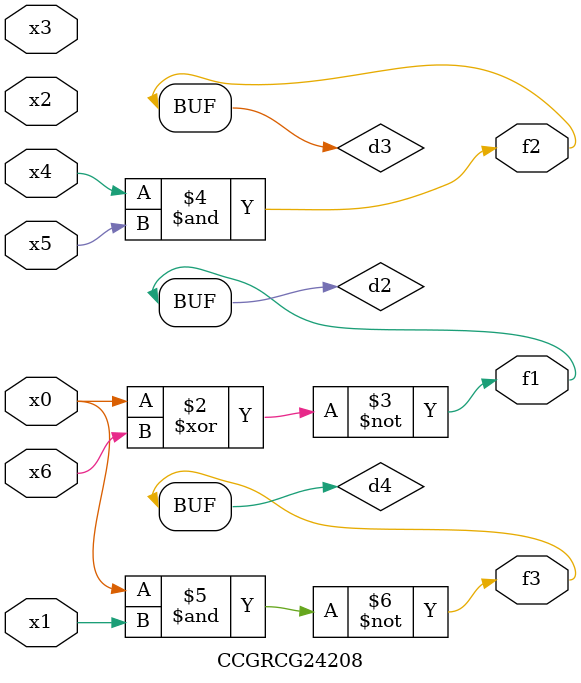
<source format=v>
module CCGRCG24208(
	input x0, x1, x2, x3, x4, x5, x6,
	output f1, f2, f3
);

	wire d1, d2, d3, d4;

	nor (d1, x0);
	xnor (d2, x0, x6);
	and (d3, x4, x5);
	nand (d4, x0, x1);
	assign f1 = d2;
	assign f2 = d3;
	assign f3 = d4;
endmodule

</source>
